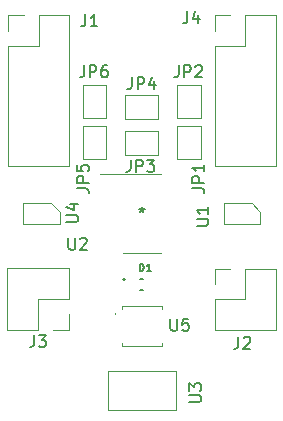
<source format=gto>
%TF.GenerationSoftware,KiCad,Pcbnew,(6.0.0)*%
%TF.CreationDate,2023-03-26T17:46:31-04:00*%
%TF.ProjectId,daughterBoard,64617567-6874-4657-9242-6f6172642e6b,rev?*%
%TF.SameCoordinates,Original*%
%TF.FileFunction,Legend,Top*%
%TF.FilePolarity,Positive*%
%FSLAX46Y46*%
G04 Gerber Fmt 4.6, Leading zero omitted, Abs format (unit mm)*
G04 Created by KiCad (PCBNEW (6.0.0)) date 2023-03-26 17:46:31*
%MOMM*%
%LPD*%
G01*
G04 APERTURE LIST*
G04 Aperture macros list*
%AMFreePoly0*
4,1,6,1.000000,0.000000,0.500000,-0.750000,-0.500000,-0.750000,-0.500000,0.750000,0.500000,0.750000,1.000000,0.000000,1.000000,0.000000,$1*%
%AMFreePoly1*
4,1,6,0.500000,-0.750000,-0.650000,-0.750000,-0.150000,0.000000,-0.650000,0.750000,0.500000,0.750000,0.500000,-0.750000,0.500000,-0.750000,$1*%
G04 Aperture macros list end*
%ADD10C,0.150000*%
%ADD11C,0.120000*%
%ADD12C,0.127000*%
%ADD13C,0.200000*%
%ADD14O,0.299999X1.699999*%
%ADD15C,3.200000*%
%ADD16R,1.700000X1.700000*%
%ADD17O,1.700000X1.700000*%
%ADD18FreePoly0,0.000000*%
%ADD19FreePoly1,0.000000*%
%ADD20R,0.812800X0.254000*%
%ADD21R,1.803400X2.489200*%
%ADD22R,0.500000X0.400000*%
%ADD23FreePoly0,270.000000*%
%ADD24FreePoly1,270.000000*%
%ADD25FreePoly0,90.000000*%
%ADD26FreePoly1,90.000000*%
%ADD27R,1.016000X0.508000*%
%ADD28R,0.508000X1.016000*%
%ADD29O,1.699999X0.349999*%
G04 APERTURE END LIST*
D10*
%TO.C,U4*%
X105624380Y-68198904D02*
X106433904Y-68198904D01*
X106529142Y-68151285D01*
X106576761Y-68103666D01*
X106624380Y-68008428D01*
X106624380Y-67817952D01*
X106576761Y-67722714D01*
X106529142Y-67675095D01*
X106433904Y-67627476D01*
X105624380Y-67627476D01*
X105957714Y-66722714D02*
X106624380Y-66722714D01*
X105576761Y-66960809D02*
X106291047Y-67198904D01*
X106291047Y-66579857D01*
%TO.C,J4*%
X115871666Y-50379380D02*
X115871666Y-51093666D01*
X115824047Y-51236523D01*
X115728809Y-51331761D01*
X115585952Y-51379380D01*
X115490714Y-51379380D01*
X116776428Y-50712714D02*
X116776428Y-51379380D01*
X116538333Y-50331761D02*
X116300238Y-51046047D01*
X116919285Y-51046047D01*
%TO.C,U1*%
X116650380Y-68515904D02*
X117459904Y-68515904D01*
X117555142Y-68468285D01*
X117602761Y-68420666D01*
X117650380Y-68325428D01*
X117650380Y-68134952D01*
X117602761Y-68039714D01*
X117555142Y-67992095D01*
X117459904Y-67944476D01*
X116650380Y-67944476D01*
X117650380Y-66944476D02*
X117650380Y-67515904D01*
X117650380Y-67230190D02*
X116650380Y-67230190D01*
X116793238Y-67325428D01*
X116888476Y-67420666D01*
X116936095Y-67515904D01*
%TO.C,JP3*%
X111053666Y-62952380D02*
X111053666Y-63666666D01*
X111006047Y-63809523D01*
X110910809Y-63904761D01*
X110767952Y-63952380D01*
X110672714Y-63952380D01*
X111529857Y-63952380D02*
X111529857Y-62952380D01*
X111910809Y-62952380D01*
X112006047Y-63000000D01*
X112053666Y-63047619D01*
X112101285Y-63142857D01*
X112101285Y-63285714D01*
X112053666Y-63380952D01*
X112006047Y-63428571D01*
X111910809Y-63476190D01*
X111529857Y-63476190D01*
X112434619Y-62952380D02*
X113053666Y-62952380D01*
X112720333Y-63333333D01*
X112863190Y-63333333D01*
X112958428Y-63380952D01*
X113006047Y-63428571D01*
X113053666Y-63523809D01*
X113053666Y-63761904D01*
X113006047Y-63857142D01*
X112958428Y-63904761D01*
X112863190Y-63952380D01*
X112577476Y-63952380D01*
X112482238Y-63904761D01*
X112434619Y-63857142D01*
%TO.C,U5*%
X114427095Y-76414380D02*
X114427095Y-77223904D01*
X114474714Y-77319142D01*
X114522333Y-77366761D01*
X114617571Y-77414380D01*
X114808047Y-77414380D01*
X114903285Y-77366761D01*
X114950904Y-77319142D01*
X114998523Y-77223904D01*
X114998523Y-76414380D01*
X115950904Y-76414380D02*
X115474714Y-76414380D01*
X115427095Y-76890571D01*
X115474714Y-76842952D01*
X115569952Y-76795333D01*
X115808047Y-76795333D01*
X115903285Y-76842952D01*
X115950904Y-76890571D01*
X115998523Y-76985809D01*
X115998523Y-77223904D01*
X115950904Y-77319142D01*
X115903285Y-77366761D01*
X115808047Y-77414380D01*
X115569952Y-77414380D01*
X115474714Y-77366761D01*
X115427095Y-77319142D01*
%TO.C,D1*%
X111809619Y-72383123D02*
X111809619Y-71743123D01*
X111962000Y-71743123D01*
X112053428Y-71773600D01*
X112114380Y-71834552D01*
X112144857Y-71895504D01*
X112175333Y-72017409D01*
X112175333Y-72108838D01*
X112144857Y-72230742D01*
X112114380Y-72291695D01*
X112053428Y-72352647D01*
X111962000Y-72383123D01*
X111809619Y-72383123D01*
X112784857Y-72383123D02*
X112419142Y-72383123D01*
X112602000Y-72383123D02*
X112602000Y-71743123D01*
X112541047Y-71834552D01*
X112480095Y-71895504D01*
X112419142Y-71925980D01*
%TO.C,J2*%
X120189666Y-77938380D02*
X120189666Y-78652666D01*
X120142047Y-78795523D01*
X120046809Y-78890761D01*
X119903952Y-78938380D01*
X119808714Y-78938380D01*
X120618238Y-78033619D02*
X120665857Y-77986000D01*
X120761095Y-77938380D01*
X120999190Y-77938380D01*
X121094428Y-77986000D01*
X121142047Y-78033619D01*
X121189666Y-78128857D01*
X121189666Y-78224095D01*
X121142047Y-78366952D01*
X120570619Y-78938380D01*
X121189666Y-78938380D01*
%TO.C,JP6*%
X107116666Y-54951380D02*
X107116666Y-55665666D01*
X107069047Y-55808523D01*
X106973809Y-55903761D01*
X106830952Y-55951380D01*
X106735714Y-55951380D01*
X107592857Y-55951380D02*
X107592857Y-54951380D01*
X107973809Y-54951380D01*
X108069047Y-54999000D01*
X108116666Y-55046619D01*
X108164285Y-55141857D01*
X108164285Y-55284714D01*
X108116666Y-55379952D01*
X108069047Y-55427571D01*
X107973809Y-55475190D01*
X107592857Y-55475190D01*
X109021428Y-54951380D02*
X108830952Y-54951380D01*
X108735714Y-54999000D01*
X108688095Y-55046619D01*
X108592857Y-55189476D01*
X108545238Y-55379952D01*
X108545238Y-55760904D01*
X108592857Y-55856142D01*
X108640476Y-55903761D01*
X108735714Y-55951380D01*
X108926190Y-55951380D01*
X109021428Y-55903761D01*
X109069047Y-55856142D01*
X109116666Y-55760904D01*
X109116666Y-55522809D01*
X109069047Y-55427571D01*
X109021428Y-55379952D01*
X108926190Y-55332333D01*
X108735714Y-55332333D01*
X108640476Y-55379952D01*
X108592857Y-55427571D01*
X108545238Y-55522809D01*
%TO.C,J3*%
X102896666Y-77782380D02*
X102896666Y-78496666D01*
X102849047Y-78639523D01*
X102753809Y-78734761D01*
X102610952Y-78782380D01*
X102515714Y-78782380D01*
X103277619Y-77782380D02*
X103896666Y-77782380D01*
X103563333Y-78163333D01*
X103706190Y-78163333D01*
X103801428Y-78210952D01*
X103849047Y-78258571D01*
X103896666Y-78353809D01*
X103896666Y-78591904D01*
X103849047Y-78687142D01*
X103801428Y-78734761D01*
X103706190Y-78782380D01*
X103420476Y-78782380D01*
X103325238Y-78734761D01*
X103277619Y-78687142D01*
%TO.C,JP4*%
X111166666Y-55967380D02*
X111166666Y-56681666D01*
X111119047Y-56824523D01*
X111023809Y-56919761D01*
X110880952Y-56967380D01*
X110785714Y-56967380D01*
X111642857Y-56967380D02*
X111642857Y-55967380D01*
X112023809Y-55967380D01*
X112119047Y-56015000D01*
X112166666Y-56062619D01*
X112214285Y-56157857D01*
X112214285Y-56300714D01*
X112166666Y-56395952D01*
X112119047Y-56443571D01*
X112023809Y-56491190D01*
X111642857Y-56491190D01*
X113071428Y-56300714D02*
X113071428Y-56967380D01*
X112833333Y-55919761D02*
X112595238Y-56634047D01*
X113214285Y-56634047D01*
%TO.C,JP2*%
X115117666Y-54951380D02*
X115117666Y-55665666D01*
X115070047Y-55808523D01*
X114974809Y-55903761D01*
X114831952Y-55951380D01*
X114736714Y-55951380D01*
X115593857Y-55951380D02*
X115593857Y-54951380D01*
X115974809Y-54951380D01*
X116070047Y-54999000D01*
X116117666Y-55046619D01*
X116165285Y-55141857D01*
X116165285Y-55284714D01*
X116117666Y-55379952D01*
X116070047Y-55427571D01*
X115974809Y-55475190D01*
X115593857Y-55475190D01*
X116546238Y-55046619D02*
X116593857Y-54999000D01*
X116689095Y-54951380D01*
X116927190Y-54951380D01*
X117022428Y-54999000D01*
X117070047Y-55046619D01*
X117117666Y-55141857D01*
X117117666Y-55237095D01*
X117070047Y-55379952D01*
X116498619Y-55951380D01*
X117117666Y-55951380D01*
%TO.C,J1*%
X107235666Y-50633380D02*
X107235666Y-51347666D01*
X107188047Y-51490523D01*
X107092809Y-51585761D01*
X106949952Y-51633380D01*
X106854714Y-51633380D01*
X108235666Y-51633380D02*
X107664238Y-51633380D01*
X107949952Y-51633380D02*
X107949952Y-50633380D01*
X107854714Y-50776238D01*
X107759476Y-50871476D01*
X107664238Y-50919095D01*
%TO.C,JP1*%
X116292380Y-65349333D02*
X117006666Y-65349333D01*
X117149523Y-65396952D01*
X117244761Y-65492190D01*
X117292380Y-65635047D01*
X117292380Y-65730285D01*
X117292380Y-64873142D02*
X116292380Y-64873142D01*
X116292380Y-64492190D01*
X116340000Y-64396952D01*
X116387619Y-64349333D01*
X116482857Y-64301714D01*
X116625714Y-64301714D01*
X116720952Y-64349333D01*
X116768571Y-64396952D01*
X116816190Y-64492190D01*
X116816190Y-64873142D01*
X117292380Y-63349333D02*
X117292380Y-63920761D01*
X117292380Y-63635047D02*
X116292380Y-63635047D01*
X116435238Y-63730285D01*
X116530476Y-63825523D01*
X116578095Y-63920761D01*
%TO.C,JP5*%
X106513380Y-65349333D02*
X107227666Y-65349333D01*
X107370523Y-65396952D01*
X107465761Y-65492190D01*
X107513380Y-65635047D01*
X107513380Y-65730285D01*
X107513380Y-64873142D02*
X106513380Y-64873142D01*
X106513380Y-64492190D01*
X106561000Y-64396952D01*
X106608619Y-64349333D01*
X106703857Y-64301714D01*
X106846714Y-64301714D01*
X106941952Y-64349333D01*
X106989571Y-64396952D01*
X107037190Y-64492190D01*
X107037190Y-64873142D01*
X106513380Y-63396952D02*
X106513380Y-63873142D01*
X106989571Y-63920761D01*
X106941952Y-63873142D01*
X106894333Y-63777904D01*
X106894333Y-63539809D01*
X106941952Y-63444571D01*
X106989571Y-63396952D01*
X107084809Y-63349333D01*
X107322904Y-63349333D01*
X107418142Y-63396952D01*
X107465761Y-63444571D01*
X107513380Y-63539809D01*
X107513380Y-63777904D01*
X107465761Y-63873142D01*
X107418142Y-63920761D01*
%TO.C,U3*%
X116038380Y-83438904D02*
X116847904Y-83438904D01*
X116943142Y-83391285D01*
X116990761Y-83343666D01*
X117038380Y-83248428D01*
X117038380Y-83057952D01*
X116990761Y-82962714D01*
X116943142Y-82915095D01*
X116847904Y-82867476D01*
X116038380Y-82867476D01*
X116038380Y-82486523D02*
X116038380Y-81867476D01*
X116419333Y-82200809D01*
X116419333Y-82057952D01*
X116466952Y-81962714D01*
X116514571Y-81915095D01*
X116609809Y-81867476D01*
X116847904Y-81867476D01*
X116943142Y-81915095D01*
X116990761Y-81962714D01*
X117038380Y-82057952D01*
X117038380Y-82343666D01*
X116990761Y-82438904D01*
X116943142Y-82486523D01*
%TO.C,U2*%
X105791095Y-69556380D02*
X105791095Y-70365904D01*
X105838714Y-70461142D01*
X105886333Y-70508761D01*
X105981571Y-70556380D01*
X106172047Y-70556380D01*
X106267285Y-70508761D01*
X106314904Y-70461142D01*
X106362523Y-70365904D01*
X106362523Y-69556380D01*
X106791095Y-69651619D02*
X106838714Y-69604000D01*
X106933952Y-69556380D01*
X107172047Y-69556380D01*
X107267285Y-69604000D01*
X107314904Y-69651619D01*
X107362523Y-69746857D01*
X107362523Y-69842095D01*
X107314904Y-69984952D01*
X106743476Y-70556380D01*
X107362523Y-70556380D01*
X112000000Y-66952380D02*
X112000000Y-67190476D01*
X111761904Y-67095238D02*
X112000000Y-67190476D01*
X112238095Y-67095238D01*
X111857142Y-67380952D02*
X112000000Y-67190476D01*
X112142857Y-67380952D01*
D11*
%TO.C,U4*%
X104324997Y-66599999D02*
X105049999Y-67325002D01*
X105049999Y-67325002D02*
X105049999Y-68400001D01*
X101950001Y-66599999D02*
X104324997Y-66599999D01*
X101950001Y-68400001D02*
X105049999Y-68400001D01*
X101950001Y-66599999D02*
X101950001Y-68400001D01*
%TO.C,J4*%
X120770000Y-53270000D02*
X120770000Y-50670000D01*
X118170000Y-63490000D02*
X123370000Y-63490000D01*
X123370000Y-50670000D02*
X123370000Y-63490000D01*
X118170000Y-52000000D02*
X118170000Y-50670000D01*
X118170000Y-53270000D02*
X118170000Y-63490000D01*
X118170000Y-50670000D02*
X119500000Y-50670000D01*
X118170000Y-53270000D02*
X120770000Y-53270000D01*
X120770000Y-50670000D02*
X123370000Y-50670000D01*
%TO.C,U1*%
X118950001Y-68400001D02*
X122049999Y-68400001D01*
X121324997Y-66599999D02*
X122049999Y-67325002D01*
X118950001Y-66599999D02*
X121324997Y-66599999D01*
X118950001Y-66599999D02*
X118950001Y-68400001D01*
X122049999Y-67325002D02*
X122049999Y-68400001D01*
%TO.C,JP3*%
X110600000Y-62500000D02*
X110600000Y-60500000D01*
X113400000Y-62500000D02*
X110600000Y-62500000D01*
X110600000Y-60500000D02*
X113400000Y-60500000D01*
X113400000Y-60500000D02*
X113400000Y-62500000D01*
%TO.C,U5*%
X110323600Y-78459741D02*
X110323600Y-78676400D01*
X113676400Y-78676400D02*
X113676400Y-78459741D01*
X110323600Y-75323600D02*
X110323600Y-75540259D01*
X113676400Y-75540259D02*
X113676400Y-75323600D01*
X110323600Y-78676400D02*
X113676400Y-78676400D01*
X113676400Y-75323600D02*
X110323600Y-75323600D01*
X109813060Y-75926171D02*
G75*
G03*
X109813060Y-76073829I-18860J-73829D01*
G01*
D12*
%TO.C,D1*%
X111863500Y-73025000D02*
X112136500Y-73025000D01*
X111863500Y-73975000D02*
X112136500Y-73975000D01*
D13*
X110600000Y-73100000D02*
G75*
G03*
X110600000Y-73100000I-100000J0D01*
G01*
D11*
%TO.C,J2*%
X118170000Y-77370000D02*
X123370000Y-77370000D01*
X120770000Y-74770000D02*
X120770000Y-72170000D01*
X123370000Y-72170000D02*
X123370000Y-77370000D01*
X118170000Y-72170000D02*
X119500000Y-72170000D01*
X120770000Y-72170000D02*
X123370000Y-72170000D01*
X118170000Y-74770000D02*
X118170000Y-77370000D01*
X118170000Y-73500000D02*
X118170000Y-72170000D01*
X118170000Y-74770000D02*
X120770000Y-74770000D01*
%TO.C,JP6*%
X107000000Y-56600000D02*
X109000000Y-56600000D01*
X109000000Y-59400000D02*
X107000000Y-59400000D01*
X107000000Y-59400000D02*
X107000000Y-56600000D01*
X109000000Y-56600000D02*
X109000000Y-59400000D01*
%TO.C,J3*%
X105830000Y-74730000D02*
X103230000Y-74730000D01*
X105830000Y-72130000D02*
X100630000Y-72130000D01*
X105830000Y-74730000D02*
X105830000Y-72130000D01*
X105830000Y-77330000D02*
X104500000Y-77330000D01*
X105830000Y-76000000D02*
X105830000Y-77330000D01*
X103230000Y-74730000D02*
X103230000Y-77330000D01*
X100630000Y-77330000D02*
X100630000Y-72130000D01*
X103230000Y-77330000D02*
X100630000Y-77330000D01*
%TO.C,JP4*%
X113400000Y-59500000D02*
X110600000Y-59500000D01*
X113400000Y-57500000D02*
X113400000Y-59500000D01*
X110600000Y-59500000D02*
X110600000Y-57500000D01*
X110600000Y-57500000D02*
X113400000Y-57500000D01*
%TO.C,JP2*%
X117000000Y-56600000D02*
X117000000Y-59400000D01*
X115000000Y-56600000D02*
X117000000Y-56600000D01*
X115000000Y-59400000D02*
X115000000Y-56600000D01*
X117000000Y-59400000D02*
X115000000Y-59400000D01*
%TO.C,J1*%
X103270000Y-53270000D02*
X103270000Y-50670000D01*
X100670000Y-53270000D02*
X100670000Y-63490000D01*
X103270000Y-50670000D02*
X105870000Y-50670000D01*
X100670000Y-50670000D02*
X102000000Y-50670000D01*
X100670000Y-53270000D02*
X103270000Y-53270000D01*
X100670000Y-52000000D02*
X100670000Y-50670000D01*
X100670000Y-63490000D02*
X105870000Y-63490000D01*
X105870000Y-50670000D02*
X105870000Y-63490000D01*
%TO.C,JP1*%
X117000000Y-62900000D02*
X115000000Y-62900000D01*
X115000000Y-62900000D02*
X115000000Y-60100000D01*
X117000000Y-60100000D02*
X117000000Y-62900000D01*
X115000000Y-60100000D02*
X117000000Y-60100000D01*
%TO.C,JP5*%
X109000000Y-62900000D02*
X107000000Y-62900000D01*
X107000000Y-62900000D02*
X107000000Y-60100000D01*
X107000000Y-60100000D02*
X109000000Y-60100000D01*
X109000000Y-60100000D02*
X109000000Y-62900000D01*
%TO.C,U3*%
X109142500Y-80849000D02*
X109142500Y-84151000D01*
X109142500Y-84151000D02*
X114857500Y-84151000D01*
X114857500Y-84151000D02*
X114857500Y-80849000D01*
X114857500Y-80849000D02*
X109142500Y-80849000D01*
%TO.C,U2*%
X108425001Y-64125000D02*
X113599999Y-64125000D01*
X110400001Y-70799998D02*
X113600002Y-70799998D01*
%TD*%
%LPC*%
D14*
%TO.C,U4*%
X104500001Y-65450002D03*
X104000002Y-65450002D03*
X103500000Y-65450002D03*
X103000001Y-65450002D03*
X102499999Y-65450002D03*
X102499999Y-69550001D03*
X103000001Y-69550001D03*
X103500000Y-69550001D03*
X104000002Y-69550001D03*
X104500001Y-69550001D03*
%TD*%
D15*
%TO.C,REF\u002A\u002A*%
X103500000Y-82500000D03*
%TD*%
D16*
%TO.C,J4*%
X119500000Y-52000000D03*
D17*
X122040000Y-52000000D03*
X119500000Y-54540000D03*
X122040000Y-54540000D03*
X119500000Y-57080000D03*
X122040000Y-57080000D03*
X119500000Y-59620000D03*
X122040000Y-59620000D03*
X119500000Y-62160000D03*
X122040000Y-62160000D03*
%TD*%
D14*
%TO.C,U1*%
X121500001Y-65450002D03*
X121000002Y-65450002D03*
X120500000Y-65450002D03*
X120000001Y-65450002D03*
X119499999Y-65450002D03*
X119499999Y-69550001D03*
X120000001Y-69550001D03*
X120500000Y-69550001D03*
X121000002Y-69550001D03*
X121500001Y-69550001D03*
%TD*%
D15*
%TO.C,REF\u002A\u002A*%
X120500000Y-82500000D03*
%TD*%
D18*
%TO.C,JP3*%
X111275000Y-61500000D03*
D19*
X112725000Y-61500000D03*
%TD*%
D20*
%TO.C,U5*%
X110552200Y-75999999D03*
X110552200Y-76500001D03*
X110552200Y-77000000D03*
X110552200Y-77499999D03*
X110552200Y-78000001D03*
X113447800Y-78000001D03*
X113447800Y-77499999D03*
X113447800Y-77000000D03*
X113447800Y-76500001D03*
X113447800Y-75999999D03*
D21*
X112000000Y-77000000D03*
%TD*%
D22*
%TO.C,D1*%
X111350000Y-73150000D03*
X111350000Y-73850000D03*
X112650000Y-73850000D03*
X112650000Y-73150000D03*
%TD*%
D16*
%TO.C,J2*%
X119500000Y-73500000D03*
D17*
X122040000Y-73500000D03*
X119500000Y-76040000D03*
X122040000Y-76040000D03*
%TD*%
D23*
%TO.C,JP6*%
X108000000Y-57275000D03*
D24*
X108000000Y-58725000D03*
%TD*%
D15*
%TO.C,REF\u002A\u002A*%
X112000000Y-53500000D03*
%TD*%
D16*
%TO.C,J3*%
X104500000Y-76000000D03*
D17*
X101960000Y-76000000D03*
X104500000Y-73460000D03*
X101960000Y-73460000D03*
%TD*%
D18*
%TO.C,JP4*%
X111275000Y-58500000D03*
D19*
X112725000Y-58500000D03*
%TD*%
D23*
%TO.C,JP2*%
X116000000Y-57275000D03*
D24*
X116000000Y-58725000D03*
%TD*%
D16*
%TO.C,J1*%
X102000000Y-52000000D03*
D17*
X104540000Y-52000000D03*
X102000000Y-54540000D03*
X104540000Y-54540000D03*
X102000000Y-57080000D03*
X104540000Y-57080000D03*
X102000000Y-59620000D03*
X104540000Y-59620000D03*
X102000000Y-62160000D03*
X104540000Y-62160000D03*
%TD*%
D25*
%TO.C,JP1*%
X116000000Y-62225000D03*
D26*
X116000000Y-60775000D03*
%TD*%
D25*
%TO.C,JP5*%
X108000000Y-62225000D03*
D26*
X108000000Y-60775000D03*
%TD*%
D27*
%TO.C,U3*%
X110146001Y-81700027D03*
D28*
X111199999Y-81446027D03*
X112000000Y-81446027D03*
X112800001Y-81446027D03*
D27*
X113853999Y-81700027D03*
X113853999Y-82500000D03*
X113853999Y-83299973D03*
D28*
X112800001Y-83553973D03*
X112000000Y-83553973D03*
X111199999Y-83553973D03*
D27*
X110146001Y-83299973D03*
X110146001Y-82500000D03*
%TD*%
D29*
%TO.C,U2*%
X109150001Y-64575000D03*
X109150001Y-65225001D03*
X109150001Y-65874999D03*
X109150001Y-66525001D03*
X109150001Y-67174999D03*
X109150001Y-67825001D03*
X109150001Y-68474999D03*
X109150001Y-69125001D03*
X109150001Y-69774999D03*
X109150001Y-70425000D03*
X114849999Y-70425000D03*
X114849999Y-69774999D03*
X114849999Y-69125001D03*
X114849999Y-68474999D03*
X114849999Y-67825001D03*
X114849999Y-67174999D03*
X114849999Y-66525001D03*
X114849999Y-65874999D03*
X114849999Y-65225001D03*
X114849999Y-64575000D03*
%TD*%
M02*

</source>
